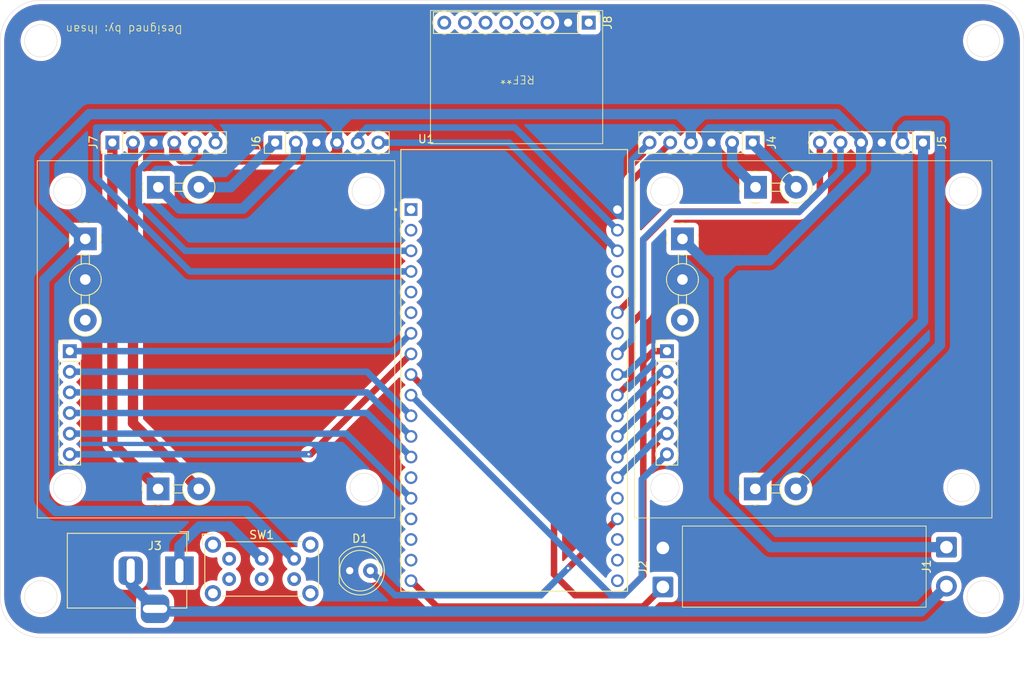
<source format=kicad_pcb>
(kicad_pcb (version 20240108) (generator "pcbnew") (generator_version "8.0")
  (layers (0 "F.Cu" signal) (31 "B.Cu" signal) (34 "B.Paste" user) (35 "F.Paste" user) (36 "B.SilkS" user "B.Silkscreen") (37 "F.SilkS" user "F.Silkscreen") (38 "B.Mask" user) (39 "F.Mask" user) (44 "Edge.Cuts" user))
  (net 0 "")
  (net 5 "Net-(SW1A-B)")
  (net 6 "Net-(J4-Pin_2)")
  (net 7 "+7.4V")
  (net 8 "GND")
  (net 9 "Net-(J4-Pin_1)")
  (net 10 "Net-(J5-Pin_1)")
  (net 11 "Net-(J5-Pin_2)")
  (net 12 "Net-(J1-Pin_2)")
  (net 13 "+5V")
  (net 14 "Net-(J6-Pin_1)")
  (net 15 "Net-(J7-Pin_1)")
  (net 16 "Net-(J7-Pin_2)")
  (net 17 "Net-(J6-Pin_2)")
  (net 18 "MOTOR_3_ENCODER_A")
  (net 19 "MOTOR_3_ENCODER_B")
  (net 20 "MOTOR_4_ENCODER_A")
  (net 21 "MOTOR_4_ENCODER_B")
  (net 22 "MOTOR_1_ENCODER_B")
  (net 23 "MOTOR_1_ENCODER_A")
  (net 24 "MOTOR_2_ENCODER_A")
  (net 25 "MOTOR_2_ENCODER_B")
  (net 36 "MOTOR_3_DIR_FORWARD")
  (net 38 "MOTOR_4_PWM")
  (net 40 "MOTOR_1_PWM")
  (net 42 "MOTOR_3_PWM")
  (net 43 "MOTOR_1_DIR_REVERSE")
  (net 44 "MOTOR_2_DIR_FORWARD")
  (net 45 "MOTOR_2_PWM")
  (net 48 "Net-(D1-A)")
  (net 50 "MOTOR_2_DIR_REVERSE")
  (net 51 "MOTOR_4_DIR_REVERSE")
  (net 52 "MOTOR_1_DIR_FORWARD")
  (net 53 "MOTOR_3_DIR_REVERSE")
  (net 54 "MOTOR_4_DIR_FORWARD")
  (footprint "Connector_BarrelJack:BarrelJack_Horizontal" (layer "F.Cu") (at 99.097078 124.731648)
    (property "Reference" "J3" (at -3.034578 -3.058256 0) (layer "F.SilkS"))
    (property "Value" "Barrel_Jack_Switch")
    (pad "1" thru_hole rect (at 0 0) (size 3.5 3.5) (drill oval 1 3) (layers "*.Cu" "*.Mask") (net 5 "Net-(SW1A-B)"))
    (pad "2" thru_hole roundrect (at -6 0) (size 3 3.5) (drill oval 1 3) (layers "*.Cu" "*.Mask") (net 12 "Net-(J1-Pin_2)"))
    (pad "3" thru_hole roundrect (at -3 4.7) (size 3.5 3.5) (drill oval 3 1) (layers "*.Cu" "*.Mask") (net 12 "Net-(J1-Pin_2)"))
  )
  (footprint "Button_Switch_THT:SW_E-Switch_EG2219_DPDT_Angled" (layer "F.Cu") (at 105.216788 123.269337)
    (property "Reference" "SW1" (at 4 -2.95 0) (layer "F.SilkS"))
    (property "Value" "SW_DPDT_x2")
    (pad "" thru_hole circle (at -2 -1.75) (size 2 2) (drill 1.2) (layers "*.Cu" "*.Mask"))
    (pad "" thru_hole circle (at -2 4.25) (size 2 2) (drill 1.2) (layers "*.Cu" "*.Mask"))
    (pad "" thru_hole circle (at 10 -1.75) (size 2 2) (drill 1.2) (layers "*.Cu" "*.Mask"))
    (pad "" thru_hole circle (at 10 4.25) (size 2 2) (drill 1.2) (layers "*.Cu" "*.Mask"))
    (pad "1" thru_hole circle (at 0 0) (size 1.7 1.7) (drill 0.9) (layers "*.Cu" "*.Mask"))
    (pad "2" thru_hole circle (at 4 0) (size 1.7 1.7) (drill 0.9) (layers "*.Cu" "*.Mask") (net 5 "Net-(SW1A-B)"))
    (pad "3" thru_hole circle (at 8 0) (size 1.7 1.7) (drill 0.9) (layers "*.Cu" "*.Mask") (net 7 "+7.4V"))
    (pad "4" thru_hole circle (at 0 2.5) (size 1.7 1.7) (drill 0.9) (layers "*.Cu" "*.Mask"))
    (pad "5" thru_hole circle (at 4 2.5) (size 1.7 1.7) (drill 0.9) (layers "*.Cu" "*.Mask"))
    (pad "6" thru_hole circle (at 8 2.5) (size 1.7 1.7) (drill 0.9) (layers "*.Cu" "*.Mask"))
  )
  (footprint "L298N_Module:L298N" (layer "F.Cu") (at 103.597078 96.231648 -90)
    (property "Reference" "U3" (hide yes))
    (property "Value" "~" (hide yes))
    (fp_circle (center -18.25 18.25) (end -16.5 18.25) (stroke (width 0.05)) (fill none) (layer "Edge.Cuts"))
    (fp_circle (center 18.25 18.25) (end 20 18.25) (stroke (width 0.05)) (fill none) (layer "Edge.Cuts"))
    (fp_circle (center 18.25 -18.25) (end 20 -18.25) (stroke (width 0.05)) (fill none) (layer "Edge.Cuts"))
    (fp_circle (center -18.25 -18.5) (end -16.5 -18.5) (stroke (width 0.05)) (fill none) (layer "Edge.Cuts"))
    (pad "1" thru_hole rect (at 1.46 18) (size 1.7 1.7) (drill 1) (layers "*.Cu" "*.Mask") (net 40 "MOTOR_1_PWM"))
    (pad "2" thru_hole oval (at 4 18) (size 1.7 1.7) (drill 1) (layers "*.Cu" "*.Mask") (net 52 "MOTOR_1_DIR_FORWARD"))
    (pad "3" thru_hole oval (at 6.54 18) (size 1.7 1.7) (drill 1) (layers "*.Cu" "*.Mask") (net 43 "MOTOR_1_DIR_REVERSE"))
    (pad "4" thru_hole oval (at 9.08 18) (size 1.7 1.7) (drill 1) (layers "*.Cu" "*.Mask") (net 44 "MOTOR_2_DIR_FORWARD"))
    (pad "5" thru_hole oval (at 11.62 18) (size 1.7 1.7) (drill 1) (layers "*.Cu" "*.Mask") (net 50 "MOTOR_2_DIR_REVERSE"))
    (pad "6" thru_hole oval (at 14.16 18) (size 1.7 1.7) (drill 1) (layers "*.Cu" "*.Mask") (net 45 "MOTOR_2_PWM"))
    (pad "7" thru_hole rect (at -12.362 16.09 270) (size 2.8 2.8) (drill 1.3) (layers "*.Cu" "*.Mask") (net 7 "+7.4V"))
    (pad "8" thru_hole circle (at -7.362 16.09 270) (size 2.8 2.8) (drill 1.3) (layers "*.Cu" "*.Mask") (net 8 "GND"))
    (pad "9" thru_hole circle (at -2.362 16.09 270) (size 2.8 2.8) (drill 1.3) (layers "*.Cu" "*.Mask"))
    (pad "10" thru_hole rect (at 18.427381 7.124578) (size 2.8 2.8) (drill 1.3) (layers "*.Cu" "*.Mask") (net 15 "Net-(J7-Pin_1)"))
    (pad "11" thru_hole circle (at 18.427381 2.124578) (size 2.8 2.8) (drill 1.3) (layers "*.Cu" "*.Mask") (net 16 "Net-(J7-Pin_2)"))
    (pad "12" thru_hole rect (at -18.731648 7.097078) (size 2.8 2.8) (drill 1.3) (layers "*.Cu" "*.Mask") (net 17 "Net-(J6-Pin_2)"))
    (pad "13" thru_hole circle (at -18.731648 2.097078) (size 2.8 2.8) (drill 1.3) (layers "*.Cu" "*.Mask") (net 14 "Net-(J6-Pin_1)"))
  )
  (footprint "Connector_PinHeader_2.54mm:PinHeader_1x06_P2.54mm_Vertical" (layer "F.Cu") (at 190.62 72 -90)
    (property "Reference" "J5" (at 0 -2.33 90) (layer "F.SilkS"))
    (property "Value" "MOTOR")
    (pad "1" thru_hole rect (at 0 0 270) (size 1.7 1.7) (drill 1) (layers "*.Cu" "*.Mask") (net 10 "Net-(J5-Pin_1)"))
    (pad "2" thru_hole oval (at 0 2.54 270) (size 1.7 1.7) (drill 1) (layers "*.Cu" "*.Mask") (net 11 "Net-(J5-Pin_2)"))
    (pad "3" thru_hole oval (at 0 5.08 270) (size 1.7 1.7) (drill 1) (layers "*.Cu" "*.Mask") (net 8 "GND"))
    (pad "4" thru_hole oval (at 0 7.62 270) (size 1.7 1.7) (drill 1) (layers "*.Cu" "*.Mask") (net 7 "+7.4V"))
    (pad "5" thru_hole oval (at 0 10.16 270) (size 1.7 1.7) (drill 1) (layers "*.Cu" "*.Mask") (net 20 "MOTOR_4_ENCODER_A"))
    (pad "6" thru_hole oval (at 0 12.7 270) (size 1.7 1.7) (drill 1) (layers "*.Cu" "*.Mask") (net 21 "MOTOR_4_ENCODER_B"))
  )
  (footprint "Connector_Wire:SolderWire-0.75sqmm_1x02_P4.8mm_D1.25mm_OD2.3mm" (layer "F.Cu") (at 193.5 121.831648 -90)
    (property "Reference" "J1" (at 2.4 2.441744 90) (layer "F.SilkS"))
    (property "Value" "IN")
    (pad "1" thru_hole roundrect (at 0 0 270) (size 2.55 2.55) (drill 1.55) (layers "*.Cu" "*.Mask") (roundrect_rratio 0.098039) (net 7 "+7.4V"))
    (pad "2" thru_hole circle (at 4.8 0 270) (size 2.55 2.55) (drill 1.55) (layers "*.Cu" "*.Mask") (net 12 "Net-(J1-Pin_2)"))
  )
  (footprint "Connector_PinHeader_2.54mm:PinHeader_1x06_P2.54mm_Vertical" (layer "F.Cu") (at 110.88 72 90)
    (property "Reference" "J6" (at 0 -2.33 90) (layer "F.SilkS"))
    (property "Value" "MOTOR")
    (pad "1" thru_hole rect (at 0 0 90) (size 1.7 1.7) (drill 1) (layers "*.Cu" "*.Mask") (net 14 "Net-(J6-Pin_1)"))
    (pad "2" thru_hole oval (at 0 2.54 90) (size 1.7 1.7) (drill 1) (layers "*.Cu" "*.Mask") (net 17 "Net-(J6-Pin_2)"))
    (pad "3" thru_hole oval (at 0 5.08 90) (size 1.7 1.7) (drill 1) (layers "*.Cu" "*.Mask") (net 8 "GND"))
    (pad "4" thru_hole oval (at 0 7.62 90) (size 1.7 1.7) (drill 1) (layers "*.Cu" "*.Mask") (net 7 "+7.4V"))
    (pad "5" thru_hole oval (at 0 10.16 90) (size 1.7 1.7) (drill 1) (layers "*.Cu" "*.Mask") (net 23 "MOTOR_1_ENCODER_A"))
    (pad "6" thru_hole oval (at 0 12.7 90) (size 1.7 1.7) (drill 1) (layers "*.Cu" "*.Mask") (net 22 "MOTOR_1_ENCODER_B"))
  )
  (footprint "Connector_PinHeader_2.54mm:PinHeader_1x08_P2.54mm_Vertical" (layer "F.Cu") (at 149.472078 57.231648 -90)
    (property "Reference" "J8" (at 0 -2.33 90) (layer "F.SilkS"))
    (property "Value" "IMU")
    (pad "1" thru_hole rect (at 0 0 270) (size 1.7 1.7) (drill 1) (layers "*.Cu" "*.Mask") (net 13 "+5V"))
    (pad "2" thru_hole oval (at 0 2.54 270) (size 1.7 1.7) (drill 1) (layers "*.Cu" "*.Mask") (net 8 "GND"))
    (pad "3" thru_hole oval (at 0 5.08 270) (size 1.7 1.7) (drill 1) (layers "*.Cu" "*.Mask"))
    (pad "4" thru_hole oval (at 0 7.62 270) (size 1.7 1.7) (drill 1) (layers "*.Cu" "*.Mask"))
    (pad "5" thru_hole oval (at 0 10.16 270) (size 1.7 1.7) (drill 1) (layers "*.Cu" "*.Mask"))
    (pad "6" thru_hole oval (at 0 12.7 270) (size 1.7 1.7) (drill 1) (layers "*.Cu" "*.Mask"))
    (pad "7" thru_hole oval (at 0 15.24 270) (size 1.7 1.7) (drill 1) (layers "*.Cu" "*.Mask"))
    (pad "8" thru_hole oval (at 0 17.78 270) (size 1.7 1.7) (drill 1) (layers "*.Cu" "*.Mask"))
  )
  (footprint "Connector_PinHeader_2.54mm:PinHeader_1x06_P2.54mm_Vertical" (layer "F.Cu") (at 169.66 72 -90)
    (property "Reference" "J4" (at 0 -2.33 90) (layer "F.SilkS"))
    (property "Value" "MOTOR")
    (pad "1" thru_hole rect (at 0 0 270) (size 1.7 1.7) (drill 1) (layers "*.Cu" "*.Mask") (net 9 "Net-(J4-Pin_1)"))
    (pad "2" thru_hole oval (at 0 2.54 270) (size 1.7 1.7) (drill 1) (layers "*.Cu" "*.Mask") (net 6 "Net-(J4-Pin_2)"))
    (pad "3" thru_hole oval (at 0 5.08 270) (size 1.7 1.7) (drill 1) (layers "*.Cu" "*.Mask") (net 8 "GND"))
    (pad "4" thru_hole oval (at 0 7.62 270) (size 1.7 1.7) (drill 1) (layers "*.Cu" "*.Mask") (net 7 "+7.4V"))
    (pad "5" thru_hole oval (at 0 10.16 270) (size 1.7 1.7) (drill 1) (layers "*.Cu" "*.Mask") (net 18 "MOTOR_3_ENCODER_A"))
    (pad "6" thru_hole oval (at 0 12.7 270) (size 1.7 1.7) (drill 1) (layers "*.Cu" "*.Mask") (net 19 "MOTOR_3_ENCODER_B"))
  )
  (footprint "LED_THT:LED_D5.0mm_Clear" (layer "F.Cu") (at 120.057078 124.731648)
    (property "Reference" "D1" (at 1.27 -3.96 0) (layer "F.SilkS"))
    (property "Value" "LED")
    (pad "1" thru_hole rect (at 0 0) (size 1.8 1.8) (drill 0.9) (layers "*.Cu" "*.Mask") (net 8 "GND"))
    (pad "2" thru_hole circle (at 2.54 0) (size 1.8 1.8) (drill 0.9) (layers "*.Cu" "*.Mask") (net 48 "Net-(D1-A)"))
  )
  (footprint "Connector_PinHeader_2.54mm:PinHeader_1x06_P2.54mm_Vertical" (layer "F.Cu") (at 90.84 72 90)
    (property "Reference" "J7" (at 0 -2.33 90) (layer "F.SilkS"))
    (property "Value" "MOTOR")
    (pad "1" thru_hole rect (at 0 0 90) (size 1.7 1.7) (drill 1) (layers "*.Cu" "*.Mask") (net 15 "Net-(J7-Pin_1)"))
    (pad "2" thru_hole oval (at 0 2.54 90) (size 1.7 1.7) (drill 1) (layers "*.Cu" "*.Mask") (net 16 "Net-(J7-Pin_2)"))
    (pad "3" thru_hole oval (at 0 5.08 90) (size 1.7 1.7) (drill 1) (layers "*.Cu" "*.Mask") (net 8 "GND"))
    (pad "4" thru_hole oval (at 0 7.62 90) (size 1.7 1.7) (drill 1) (layers "*.Cu" "*.Mask") (net 7 "+7.4V"))
    (pad "5" thru_hole oval (at 0 10.16 90) (size 1.7 1.7) (drill 1) (layers "*.Cu" "*.Mask") (net 24 "MOTOR_2_ENCODER_A"))
    (pad "6" thru_hole oval (at 0 12.7 90) (size 1.7 1.7) (drill 1) (layers "*.Cu" "*.Mask") (net 25 "MOTOR_2_ENCODER_B"))
  )
  (footprint "L298N_Module:L298N" (layer "F.Cu") (at 177.097078 96.231648 -90)
    (property "Reference" "U2" (hide yes))
    (property "Value" "~" (hide yes))
    (fp_circle (center -18.25 18.25) (end -16.5 18.25) (stroke (width 0.05)) (fill none) (layer "Edge.Cuts"))
    (fp_circle (center 18.25 18.25) (end 20 18.25) (stroke (width 0.05)) (fill none) (layer "Edge.Cuts"))
    (fp_circle (center 18.25 -18.25) (end 20 -18.25) (stroke (width 0.05)) (fill none) (layer "Edge.Cuts"))
    (fp_circle (center -18.25 -18.5) (end -16.5 -18.5) (stroke (width 0.05)) (fill none) (layer "Edge.Cuts"))
    (pad "1" thru_hole rect (at 1.46 18) (size 1.7 1.7) (drill 1) (layers "*.Cu" "*.Mask") (net 42 "MOTOR_3_PWM"))
    (pad "2" thru_hole oval (at 4 18) (size 1.7 1.7) (drill 1) (layers "*.Cu" "*.Mask") (net 36 "MOTOR_3_DIR_FORWARD"))
    (pad "3" thru_hole oval (at 6.54 18) (size 1.7 1.7) (drill 1) (layers "*.Cu" "*.Mask") (net 53 "MOTOR_3_DIR_REVERSE"))
    (pad "4" thru_hole oval (at 9.08 18) (size 1.7 1.7) (drill 1) (layers "*.Cu" "*.Mask") (net 54 "MOTOR_4_DIR_FORWARD"))
    (pad "5" thru_hole oval (at 11.62 18) (size 1.7 1.7) (drill 1) (layers "*.Cu" "*.Mask") (net 51 "MOTOR_4_DIR_REVERSE"))
    (pad "6" thru_hole oval (at 14.16 18) (size 1.7 1.7) (drill 1) (layers "*.Cu" "*.Mask") (net 38 "MOTOR_4_PWM"))
    (pad "7" thru_hole rect (at -12.362 16.09 270) (size 2.8 2.8) (drill 1.3) (layers "*.Cu" "*.Mask") (net 7 "+7.4V"))
    (pad "8" thru_hole circle (at -7.362 16.09 270) (size 2.8 2.8) (drill 1.3) (layers "*.Cu" "*.Mask") (net 8 "GND"))
    (pad "9" thru_hole circle (at -2.362 16.09 270) (size 2.8 2.8) (drill 1.3) (layers "*.Cu" "*.Mask"))
    (pad "10" thru_hole rect (at 18.427381 7.124578) (size 2.8 2.8) (drill 1.3) (layers "*.Cu" "*.Mask") (net 10 "Net-(J5-Pin_1)"))
    (pad "11" thru_hole circle (at 18.427381 2.124578) (size 2.8 2.8) (drill 1.3) (layers "*.Cu" "*.Mask") (net 11 "Net-(J5-Pin_2)"))
    (pad "12" thru_hole rect (at -18.731648 7.097078) (size 2.8 2.8) (drill 1.3) (layers "*.Cu" "*.Mask") (net 6 "Net-(J4-Pin_2)"))
    (pad "13" thru_hole circle (at -18.731648 2.097078) (size 2.8 2.8) (drill 1.3) (layers "*.Cu" "*.Mask") (net 9 "Net-(J4-Pin_1)"))
  )
  (footprint "module:mpu 6050" (layer "F.Cu") (at 140.692078 63.731648 180)
    (property "Reference" "REF**" (at 0 -0.5 180) (layer "F.SilkS") (effects (font (thickness 0.1))))
    (property "Value" "mpu 6050")
  )
  (footprint "Library:MODULE_ESP32-DEVKITC-32D" (layer "F.Cu") (at 140.297078 100.011648)
    (property "Reference" "U1" (at -10.829175 -28.446045 0) (layer "F.SilkS") (effects (font (size 1.000386 1.000386))))
    (property "Value" "ESP32-DEVKITC-32D")
    (pad "J2-1" thru_hole rect (at -12.7 -19.76) (size 1.56 1.56) (drill 1.04) (layers "*.Cu" "*.Mask"))
    (pad "J2-2" thru_hole circle (at -12.7 -17.22) (size 1.56 1.56) (drill 1.04) (layers "*.Cu" "*.Mask"))
    (pad "J2-3" thru_hole circle (at -12.7 -14.68) (size 1.56 1.56) (drill 1.04) (layers "*.Cu" "*.Mask") (net 24 "MOTOR_2_ENCODER_A"))
    (pad "J2-4" thru_hole circle (at -12.7 -12.14) (size 1.56 1.56) (drill 1.04) (layers "*.Cu" "*.Mask") (net 25 "MOTOR_2_ENCODER_B"))
    (pad "J2-5" thru_hole circle (at -12.7 -9.6) (size 1.56 1.56) (drill 1.04) (layers "*.Cu" "*.Mask"))
    (pad "J2-6" thru_hole circle (at -12.7 -7.06) (size 1.56 1.56) (drill 1.04) (layers "*.Cu" "*.Mask"))
    (pad "J2-7" thru_hole circle (at -12.7 -4.52) (size 1.56 1.56) (drill 1.04) (layers "*.Cu" "*.Mask") (net 40 "MOTOR_1_PWM"))
    (pad "J2-8" thru_hole circle (at -12.7 -1.98) (size 1.56 1.56) (drill 1.04) (layers "*.Cu" "*.Mask") (net 45 "MOTOR_2_PWM"))
    (pad "J2-9" thru_hole circle (at -12.7 0.56) (size 1.56 1.56) (drill 1.04) (layers "*.Cu" "*.Mask") (net 42 "MOTOR_3_PWM"))
    (pad "J2-10" thru_hole circle (at -12.7 3.1) (size 1.56 1.56) (drill 1.04) (layers "*.Cu" "*.Mask") (net 38 "MOTOR_4_PWM"))
    (pad "J2-11" thru_hole circle (at -12.7 5.64) (size 1.56 1.56) (drill 1.04) (layers "*.Cu" "*.Mask") (net 52 "MOTOR_1_DIR_FORWARD"))
    (pad "J2-12" thru_hole circle (at -12.7 8.18) (size 1.56 1.56) (drill 1.04) (layers "*.Cu" "*.Mask") (net 43 "MOTOR_1_DIR_REVERSE"))
    (pad "J2-13" thru_hole circle (at -12.7 10.72) (size 1.56 1.56) (drill 1.04) (layers "*.Cu" "*.Mask") (net 44 "MOTOR_2_DIR_FORWARD"))
    (pad "J2-14" thru_hole circle (at -12.7 13.26) (size 1.56 1.56) (drill 1.04) (layers "*.Cu" "*.Mask"))
    (pad "J2-15" thru_hole circle (at -12.7 15.8) (size 1.56 1.56) (drill 1.04) (layers "*.Cu" "*.Mask") (net 50 "MOTOR_2_DIR_REVERSE"))
    (pad "J2-16" thru_hole circle (at -12.7 18.34) (size 1.56 1.56) (drill 1.04) (layers "*.Cu" "*.Mask"))
    (pad "J2-17" thru_hole circle (at -12.7 20.88) (size 1.56 1.56) (drill 1.04) (layers "*.Cu" "*.Mask"))
    (pad "J2-18" thru_hole circle (at -12.7 23.42) (size 1.56 1.56) (drill 1.04) (layers "*.Cu" "*.Mask"))
    (pad "J2-19" thru_hole circle (at -12.7 25.96) (size 1.56 1.56) (drill 1.04) (layers "*.Cu" "*.Mask") (net 13 "+5V"))
    (pad "J3-1" thru_hole circle (at 12.7 -19.76) (size 1.56 1.56) (drill 1.04) (layers "*.Cu" "*.Mask") (net 8 "GND"))
    (pad "J3-2" thru_hole circle (at 12.7 -17.22) (size 1.56 1.56) (drill 1.04) (layers "*.Cu" "*.Mask") (net 23 "MOTOR_1_ENCODER_A"))
    (pad "J3-3" thru_hole circle (at 12.7 -14.68) (size 1.56 1.56) (drill 1.04) (layers "*.Cu" "*.Mask") (net 22 "MOTOR_1_ENCODER_B"))
    (pad "J3-4" thru_hole circle (at 12.7 -12.14) (size 1.56 1.56) (drill 1.04) (layers "*.Cu" "*.Mask"))
    (pad "J3-5" thru_hole circle (at 12.7 -9.6) (size 1.56 1.56) (drill 1.04) (layers "*.Cu" "*.Mask"))
    (pad "J3-6" thru_hole circle (at 12.7 -7.06) (size 1.56 1.56) (drill 1.04) (layers "*.Cu" "*.Mask") (net 18 "MOTOR_3_ENCODER_A"))
    (pad "J3-7" thru_hole circle (at 12.7 -4.52) (size 1.56 1.56) (drill 1.04) (layers "*.Cu" "*.Mask"))
    (pad "J3-8" thru_hole circle (at 12.7 -1.98) (size 1.56 1.56) (drill 1.04) (layers "*.Cu" "*.Mask") (net 19 "MOTOR_3_ENCODER_B"))
    (pad "J3-9" thru_hole circle (at 12.7 0.56) (size 1.56 1.56) (drill 1.04) (layers "*.Cu" "*.Mask") (net 20 "MOTOR_4_ENCODER_A"))
    (pad "J3-10" thru_hole circle (at 12.7 3.1) (size 1.56 1.56) (drill 1.04) (layers "*.Cu" "*.Mask") (net 21 "MOTOR_4_ENCODER_B"))
    (pad "J3-11" thru_hole circle (at 12.7 5.64) (size 1.56 1.56) (drill 1.04) (layers "*.Cu" "*.Mask") (net 36 "MOTOR_3_DIR_FORWARD"))
    (pad "J3-12" thru_hole circle (at 12.7 8.18) (size 1.56 1.56) (drill 1.04) (layers "*.Cu" "*.Mask") (net 53 "MOTOR_3_DIR_REVERSE"))
    (pad "J3-13" thru_hole circle (at 12.7 10.72) (size 1.56 1.56) (drill 1.04) (layers "*.Cu" "*.Mask") (net 54 "MOTOR_4_DIR_FORWARD"))
    (pad "J3-14" thru_hole circle (at 12.7 13.26) (size 1.56 1.56) (drill 1.04) (layers "*.Cu" "*.Mask") (net 51 "MOTOR_4_DIR_REVERSE"))
    (pad "J3-15" thru_hole circle (at 12.7 15.8) (size 1.56 1.56) (drill 1.04) (layers "*.Cu" "*.Mask"))
    (pad "J3-16" thru_hole circle (at 12.7 18.34) (size 1.56 1.56) (drill 1.04) (layers "*.Cu" "*.Mask") (net 48 "Net-(D1-A)"))
    (pad "J3-17" thru_hole circle (at 12.7 20.88) (size 1.56 1.56) (drill 1.04) (layers "*.Cu" "*.Mask"))
    (pad "J3-18" thru_hole circle (at 12.7 23.42) (size 1.56 1.56) (drill 1.04) (layers "*.Cu" "*.Mask"))
    (pad "J3-19" thru_hole circle (at 12.7 25.96) (size 1.56 1.56) (drill 1.04) (layers "*.Cu" "*.Mask"))
  )
  (footprint "Buck converter:UBEC" (layer "F.Cu") (at 176 124.231648 180)
    (property "Reference" "REF**" (hide yes))
    (property "Value" "UBEC" (hide yes))
  )
  (footprint "Connector_Wire:SolderWire-0.75sqmm_1x02_P4.8mm_D1.25mm_OD2.3mm" (layer "F.Cu") (at 158.597078 126.731648 90)
    (property "Reference" "J2" (at 2.4 -2.47 90) (layer "F.SilkS"))
    (property "Value" "OUT")
    (pad "1" thru_hole roundrect (at 0 0 90) (size 2.55 2.55) (drill 1.55) (layers "*.Cu" "*.Mask") (roundrect_rratio 0.098039) (net 13 "+5V"))
    (pad "2" thru_hole circle (at 4.8 0 90) (size 2.55 2.55) (drill 1.55) (layers "*.Cu" "*.Mask") (net 8 "GND"))
  )
  (gr_circle (center 198.035534 127.964466) (end 200.035534 127.964466) (stroke (width 0.05)) (fill none) (layer "Edge.Cuts"))
  (gr_arc (start 198.035534 54.464466) (mid 201.571068 55.928932) (end 203.035534 59.464466) (stroke (width 0.05)) (layer "Edge.Cuts"))
  (gr_circle (center 82.035534 127.964466) (end 84.035534 127.964466) (stroke (width 0.05)) (fill none) (layer "Edge.Cuts"))
  (gr_arc (start 82.035534 132.964466) (mid 78.5 131.5) (end 77.035534 127.964466) (stroke (width 0.05)) (layer "Edge.Cuts"))
  (gr_arc (start 77.035534 59.464466) (mid 78.5 55.928932) (end 82.035534 54.464466) (stroke (width 0.05)) (layer "Edge.Cuts"))
  (gr_line (start 77.035534 127.964466) (end 77.035534 59.464466) (stroke (width 0.05)) (layer "Edge.Cuts"))
  (gr_line (start 198.035534 132.964466) (end 82.035534 132.964466) (stroke (width 0.05)) (layer "Edge.Cuts"))
  (gr_line (start 82.035534 54.464466) (end 198.035534 54.464466) (stroke (width 0.05)) (layer "Edge.Cuts"))
  (gr_circle (center 82.035534 59.464466) (end 84.035534 59.464466) (stroke (width 0.05)) (fill none) (layer "Edge.Cuts"))
  (gr_line (start 203.035534 59.464466) (end 203.035534 127.964466) (stroke (width 0.05)) (layer "Edge.Cuts"))
  (gr_arc (start 203.035534 127.964466) (mid 201.571068 131.5) (end 198.035534 132.964466) (stroke (width 0.05)) (layer "Edge.Cuts"))
  (gr_circle (center 198.035534 59.464466) (end 200.035534 59.464466) (stroke (width 0.05)) (fill none) (layer "Edge.Cuts"))
  (gr_text "Designed by: Ihsan\n" (at 99.535534 57.464466 180) (layer "F.SilkS") (effects (font (size 1 1) (thickness 0.1)) (justify left bottom)))
  (segment (start 105.231788 119.284337) (end 109.216788 123.269337) (width 1.27) (layer "B.Cu") (net 5))
  (segment (start 99.097078 121.711648) (end 101.524389 119.284337) (width 1.27) (layer "B.Cu") (net 5))
  (segment (start 99.097078 124.731648) (end 99.097078 121.711648) (width 1.27) (layer "B.Cu") (net 5))
  (segment (start 101.524389 119.284337) (end 105.231788 119.284337) (width 1.27) (layer "B.Cu") (net 5))
  (segment (start 167.12 74.62) (end 170 77.5) (width 1.27) (layer "B.Cu") (net 6))
  (segment (start 167.12 72) (end 167.12 74.62) (width 1.27) (layer "B.Cu") (net 6))
  (segment (start 98.46 72) (end 98.46 73.202081) (width 1.27) (layer "F.Cu") (net 7))
  (segment (start 98.46 73.202081) (end 99.342919 74.085) (width 1.27) (layer "F.Cu") (net 7))
  (segment (start 117.617081 74.085) (end 118.5 73.202081) (width 1.27) (layer "F.Cu") (net 7))
  (segment (start 118.5 73.202081) (end 118.5 72) (width 1.27) (layer "F.Cu") (net 7))
  (segment (start 99.342919 74.085) (end 117.617081 74.085) (width 1.27) (layer "F.Cu") (net 7))
  (segment (start 82.451429 79.178202) (end 87.142875 83.869648) (width 1.27) (layer "B.Cu") (net 7))
  (segment (start 167.357922 86.504648) (end 168 86.504648) (width 1.27) (layer "B.Cu") (net 7))
  (segment (start 107.327722 117.380271) (end 113.216788 123.269337) (width 1.27) (layer "B.Cu") (net 7))
  (segment (start 165.5 86.504648) (end 165.5 88.36257) (width 1.27) (layer "B.Cu") (net 7))
  (segment (start 163.642078 86.504648) (end 161.007078 83.869648) (width 1.27) (layer "B.Cu") (net 7))
  (segment (start 162 70) (end 162.04 70.04) (width 1.27) (layer "B.Cu") (net 7))
  (segment (start 166 68.5) (end 162 68.5) (width 1.27) (layer "B.Cu") (net 7))
  (segment (start 183 72) (end 183 71.5) (width 1.27) (layer "B.Cu") (net 7))
  (segment (start 87.142875 83.869648) (end 87.507078 83.869648) (width 1.27) (layer "B.Cu") (net 7))
  (segment (start 87.507078 83.869648) (end 82.451429 88.925297) (width 1.27) (layer "B.Cu") (net 7))
  (segment (start 83.880271 117.380271) (end 107.327722 117.380271) (width 1.27) (layer "B.Cu") (net 7))
  (segment (start 183 72) (end 183 75.206353) (width 1.27) (layer "B.Cu") (net 7))
  (segment (start 183 75.206353) (end 171.701705 86.504648) (width 1.27) (layer "B.Cu") (net 7))
  (segment (start 165.5 88.36257) (end 167.357922 86.504648) (width 1.27) (layer "B.Cu") (net 7))
  (segment (start 120 68.5) (end 160.5 68.5) (width 1.27) (layer "B.Cu") (net 7))
  (segment (start 183 71.5) (end 180 68.5) (width 1.27) (layer "B.Cu") (net 7))
  (segment (start 193.5 121.831648) (end 171.875119 121.831648) (width 1.27) (layer "B.Cu") (net 7))
  (segment (start 168 86.504648) (end 165.5 86.504648) (width 1.27) (layer "B.Cu") (net 7))
  (segment (start 162.04 70.04) (end 163.58 68.5) (width 1.27) (layer "B.Cu") (net 7))
  (segment (start 163.58 68.5) (end 166 68.5) (width 1.27) (layer "B.Cu") (net 7))
  (segment (start 116 68.5) (end 88 68.5) (width 1.27) (layer "B.Cu") (net 7))
  (segment (start 171.701705 86.504648) (end 168 86.504648) (width 1.27) (layer "B.Cu") (net 7))
  (segment (start 165.5 115.456529) (end 165.5 88.36257) (width 1.27) (layer "B.Cu") (net 7))
  (segment (start 120 68.5) (end 116 68.5) (width 1.27) (layer "B.Cu") (net 7))
  (segment (start 82.451429 74.048571) (end 82.451429 79.178202) (width 1.27) (layer "B.Cu") (net 7))
  (segment (start 117 68.5) (end 116 68.5) (width 1.27) (layer "B.Cu") (net 7))
  (segment (start 118.5 72) (end 118.5 70) (width 1.27) (layer "B.Cu") (net 7))
  (segment (start 82.451429 88.925297) (end 82.451429 115.951429) (width 1.27) (layer "B.Cu") (net 7))
  (segment (start 165.5 88.36257) (end 163.642078 86.504648) (width 1.27) (layer "B.Cu") (net 7))
  (segment (start 82.451429 115.951429) (end 83.880271 117.380271) (width 1.27) (layer "B.Cu") (net 7))
  (segment (start 118.5 70) (end 120 68.5) (width 1.27) (layer "B.Cu") (net 7))
  (segment (start 88 68.5) (end 82.451429 74.048571) (width 1.27) (layer "B.Cu") (net 7))
  (segment (start 171.875119 121.831648) (end 165.5 115.456529) (width 1.27) (layer "B.Cu") (net 7))
  (segment (start 162 68.5) (end 160.5 68.5) (width 1.27) (layer "B.Cu") (net 7))
  (segment (start 118.5 70) (end 117 68.5) (width 1.27) (layer "B.Cu") (net 7))
  (segment (start 162.04 70.04) (end 162.04 72) (width 1.27) (layer "B.Cu") (net 7))
  (segment (start 162 68.5) (end 162 70) (width 1.27) (layer "B.Cu") (net 7))
  (segment (start 165.5 86.504648) (end 163.642078 86.504648) (width 1.27) (layer "B.Cu") (net 7))
  (segment (start 180 68.5) (end 166 68.5) (width 1.27) (layer "B.Cu") (net 7))
  (segment (start 160.5 68.5) (end 162.04 70.04) (width 1.27) (layer "B.Cu") (net 7))
  (segment (start 169.66 72) (end 169.66 72.16) (width 1.27) (layer "B.Cu") (net 9))
  (segment (start 169.66 72.16) (end 175 77.5) (width 1.27) (layer "B.Cu") (net 9))
  (segment (start 169.9725 114.659029) (end 190.62 94.011529) (width 1.27) (layer "B.Cu") (net 10))
  (segment (start 190.62 94.011529) (end 190.62 72) (width 1.27) (layer "B.Cu") (net 10))
  (segment (start 174.9725 114.659029) (end 192.705 96.926529) (width 1.27) (layer "B.Cu") (net 11))
  (segment (start 188.585 69.915) (end 188.08 70.42) (width 1.27) (layer "B.Cu") (net 11))
  (segment (start 192.705 96.926529) (end 192.705 69.915) (width 1.27) (layer "B.Cu") (net 11))
  (segment (start 188.08 70.42) (end 188.08 72) (width 1.27) (layer "B.Cu") (net 11))
  (segment (start 192.705 69.915) (end 188.585 69.915) (width 1.27) (layer "B.Cu") (net 11))
  (segment (start 93.097078 126.431648) (end 96.097078 129.431648) (width 1.27) (layer "B.Cu") (net 12))
  (segment (start 93.097078 124.731648) (end 93.097078 126.431648) (width 1.27) (layer "B.Cu") (net 12))
  (segment (start 96.419767 129.754337) (end 190.377311 129.754337) (width 1.27) (layer "B.Cu") (net 12))
  (segment (start 190.377311 129.754337) (end 193.5 126.631648) (width 1.27) (layer "B.Cu") (net 12))
  (segment (start 96.097078 129.431648) (end 96.419767 129.754337) (width 1.27) (layer "B.Cu") (net 12))
  (segment (start 158.597078 126.731648) (end 156.177078 129.151648) (width 0.8) (layer "F.Cu") (net 13))
  (segment (start 130.777078 129.151648) (end 127.597078 125.971648) (width 0.8) (layer "F.Cu") (net 13))
  (segment (start 156.177078 129.151648) (end 130.777078 129.151648) (width 0.8) (layer "F.Cu") (net 13))
  (segment (start 105.38 77.5) (end 110.88 72) (width 1.27) (layer "B.Cu") (net 14))
  (segment (start 101.5 77.5) (end 105.38 77.5) (width 1.27) (layer "B.Cu") (net 14))
  (segment (start 96.4725 114.659029) (end 90.84 109.026529) (width 1.27) (layer "F.Cu") (net 15))
  (segment (start 90.84 109.026529) (end 90.84 72) (width 1.27) (layer "F.Cu") (net 15))
  (segment (start 101.4725 114.659029) (end 93.38 106.566529) (width 1.27) (layer "F.Cu") (net 16))
  (segment (start 93.38 106.566529) (end 93.38 72) (width 1.27) (layer "F.Cu") (net 16))
  (segment (start 106.915 80.135) (end 113.42 73.63) (width 1.27) (layer "B.Cu") (net 17))
  (segment (start 96.5 77.5) (end 99.135 80.135) (width 1.27) (layer "B.Cu") (net 17))
  (segment (start 113.42 73.63) (end 113.42 72) (width 1.27) (layer "B.Cu") (net 17))
  (segment (start 99.135 80.135) (end 106.915 80.135) (width 1.27) (layer "B.Cu") (net 17))
  (segment (start 159.5 72.076296) (end 157.726296 73.85) (width 0.8) (layer "F.Cu") (net 18))
  (segment (start 157.726296 73.85) (end 157.65 73.85) (width 0.8) (layer "F.Cu") (net 18))
  (segment (start 157.65 73.85) (end 154.777078 76.722922) (width 0.8) (layer "F.Cu") (net 18))
  (segment (start 154.777078 76.722922) (end 154.777078 91.171648) (width 0.8) (layer "F.Cu") (net 18))
  (segment (start 154.777078 91.171648) (end 152.997078 92.951648) (width 0.8) (layer "F.Cu") (net 18))
  (segment (start 159.5 72) (end 159.5 72.076296) (width 0.8) (layer "F.Cu") (net 18))
  (segment (start 156.96 72) (end 154.777078 74.182922) (width 0.8) (layer "B.Cu") (net 19))
  (segment (start 154.777078 74.182922) (end 154.777078 96.251648) (width 0.8) (layer "B.Cu") (net 19))
  (segment (start 154.777078 96.251648) (end 152.997078 98.031648) (width 0.8) (layer "B.Cu") (net 19))
  (segment (start 159.529788 80.546938) (end 175.347175 80.546938) (width 0.8) (layer "B.Cu") (net 20))
  (segment (start 156.177078 83.899648) (end 159.529788 80.546938) (width 0.8) (layer "B.Cu") (net 20))
  (segment (start 152.997078 100.571648) (end 154.100164 100.571648) (width 0.8) (layer "B.Cu") (net 20))
  (segment (start 154.100164 100.571648) (end 156.177078 98.494734) (width 0.8) (layer "B.Cu") (net 20))
  (segment (start 156.177078 98.494734) (end 156.177078 83.899648) (width 0.8) (layer "B.Cu") (net 20))
  (segment (start 175.347175 80.546938) (end 180.46 75.434113) (width 0.8) (layer "B.Cu") (net 20))
  (segment (start 180.46 75.434113) (end 180.46 72) (width 0.8) (layer "B.Cu") (net 20))
  (segment (start 159.681956 80.5) (end 156.177078 84.004878) (width 0.8) (layer "F.Cu") (net 21))
  (segment (start 177.92 72) (end 177.92 77.974113) (width 0.8) (layer "F.Cu") (net 21))
  (segment (start 156.177078 92.822922) (end 154.777078 94.222922) (width 0.8) (layer "F.Cu") (net 21))
  (segment (start 175.394113 80.5) (end 159.681956 80.5) (width 0.8) (layer "F.Cu") (net 21))
  (segment (start 156.177078 84.004878) (end 156.177078 92.822922) (width 0.8) (layer "F.Cu") (net 21))
  (segment (start 177.92 77.974113) (end 175.394113 80.5) (width 0.8) (layer "F.Cu") (net 21))
  (segment (start 154.777078 101.331648) (end 152.997078 103.111648) (width 0.8) (layer "F.Cu") (net 21))
  (segment (start 154.777078 94.222922) (end 154.777078 101.331648) (width 0.8) (layer "F.Cu") (net 21))
  (segment (start 139.66543 72) (end 152.997078 85.331648) (width 0.8) (layer "B.Cu") (net 22))
  (segment (start 123.58 72) (end 139.66543 72) (width 0.8) (layer "B.Cu") (net 22))
  (segment (start 121.04 72) (end 121.04 71.27224) (width 0.8) (layer "B.Cu") (net 23))
  (segment (start 122.16224 70.15) (end 140.35543 70.15) (width 0.8) (layer "B.Cu") (net 23))
  (segment (start 140.35543 70.15) (end 152.997078 82.791648) (width 0.8) (layer "B.Cu") (net 23))
  (segment (start 121.04 71.27224) (end 122.16224 70.15) (width 0.8) (layer "B.Cu") (net 23))
  (segment (start 127.597078 85.331648) (end 99.811546 85.331648) (width 0.8) (layer "B.Cu") (net 24))
  (segment (start 95.65 73.85) (end 100.352081 73.85) (width 0.8) (layer "B.Cu") (net 24))
  (segment (start 99.811546 85.331648) (end 94.1 79.620102) (width 0.8) (layer "B.Cu") (net 24))
  (segment (start 100.352081 73.85) (end 101 73.202081) (width 0.8) (layer "B.Cu") (net 24))
  (segment (start 101 73.202081) (end 101 72) (width 0.8) (layer "B.Cu") (net 24))
  (segment (start 94.1 75.4) (end 95.65 73.85) (width 0.8) (layer "B.Cu") (net 24))
  (segment (start 94.1 79.620102) (end 94.1 75.4) (width 0.8) (layer "B.Cu") (net 24))
  (segment (start 102.892081 70.15) (end 88.85 70.15) (width 0.8) (layer "B.Cu") (net 25))
  (segment (start 103.54 70.797919) (end 102.892081 70.15) (width 0.8) (layer "B.Cu") (net 25))
  (segment (start 88.85 76.35) (end 100.371648 87.871648) (width 0.8) (layer "B.Cu") (net 25))
  (segment (start 88.85 70.15) (end 88.85 76.35) (width 0.8) (layer "B.Cu") (net 25))
  (segment (start 103.54 72) (end 103.54 70.797919) (width 0.8) (layer "B.Cu") (net 25))
  (segment (start 100.371648 87.871648) (end 127.597078 87.871648) (width 0.8) (layer "B.Cu") (net 25))
  (segment (start 152.997078 105.628949) (end 158.394379 100.231648) (width 0.8) (layer "B.Cu") (net 36))
  (segment (start 158.394379 100.231648) (end 159.097078 100.231648) (width 0.8) (layer "B.Cu") (net 36))
  (segment (start 152.997078 105.651648) (end 152.997078 105.628949) (width 0.8) (layer "B.Cu") (net 36))
  (segment (start 127.597078 103.111648) (end 152.237078 127.751648) (width 0.8) (layer "B.Cu") (net 38))
  (segment (start 153.748352 127.751648) (end 156 125.5) (width 0.8) (layer "B.Cu") (net 38))
  (segment (start 152.237078 127.751648) (end 153.748352 127.751648) (width 0.8) (layer "B.Cu") (net 38))
  (segment (start 156 125.5) (end 156 113.488726) (width 0.8) (layer "B.Cu") (net 38))
  (segment (start 156 113.488726) (end 159.097078 110.391648) (width 0.8) (layer "B.Cu") (net 38))
  (segment (start 85.597078 97.691648) (end 125.397078 97.691648) (width 0.8) (layer "B.Cu") (net 40))
  (segment (start 125.397078 97.691648) (end 127.597078 95.491648) (width 0.8) (layer "B.Cu") (net 40))
  (segment (start 156.187087 98.951639) (end 157.447078 97.691648) (width 0.8) (layer "F.Cu") (net 42))
  (segment (start 157.447078 97.691648) (end 159.097078 97.691648) (width 0.8) (layer "F.Cu") (net 42))
  (segment (start 145.2 125.179899) (end 147.771749 127.751648) (width 0.8) (layer "F.Cu") (net 42))
  (segment (start 145.2 118.17457) (end 145.2 125.179899) (width 0.8) (layer "F.Cu") (net 42))
  (segment (start 127.597078 100.571648) (end 145.2 118.17457) (width 0.8) (layer "F.Cu") (net 42))
  (segment (start 153.748352 127.751648) (end 156.187087 125.312913) (width 0.8) (layer "F.Cu") (net 42))
  (segment (start 147.771749 127.751648) (end 153.748352 127.751648) (width 0.8) (layer "F.Cu") (net 42))
  (segment (start 156.187087 125.312913) (end 156.187087 98.951639) (width 0.8) (layer "F.Cu") (net 42))
  (segment (start 122.177078 102.771648) (end 127.597078 108.191648) (width 0.8) (layer "B.Cu") (net 43))
  (segment (start 85.597078 102.771648) (end 122.177078 102.771648) (width 0.8) (layer "B.Cu") (net 43))
  (segment (start 122.177078 105.311648) (end 127.597078 110.731648) (width 0.8) (layer "B.Cu") (net 44))
  (segment (start 85.597078 105.311648) (end 122.177078 105.311648) (width 0.8) (layer "B.Cu") (net 44))
  (segment (start 127.597078 98.031648) (end 115.237078 110.391648) (width 0.8) (layer "F.Cu") (net 45))
  (segment (start 115.237078 110.391648) (end 115 110.391648) (width 0.8) (layer "F.Cu") (net 45))
  (via (at 115 110.391648) (size 0.6) (drill 0.3) (layers "F.Cu" "B.Cu") (net 45))
  (segment (start 85.597078 110.391648) (end 115 110.391648) (width 0.8) (layer "B.Cu") (net 45))
  (segment (start 146.924377 124.424349) (end 146.924377 124.424377) (width 0.8) (layer "F.Cu") (net 48))
  (segment (start 152.997078 118.351648) (end 146.924377 124.424349) (width 0.8) (layer "F.Cu") (net 48))
  (via (at 146.924377 124.424377) (size 0.6) (drill 0.3) (layers "F.Cu" "B.Cu") (net 48))
  (segment (start 125.617078 127.751648) (end 143.597106 127.751648) (width 0.8) (layer "B.Cu") (net 48))
  (segment (start 143.597106 127.751648) (end 146.924377 124.424377) (width 0.8) (layer "B.Cu") (net 48))
  (segment (start 122.597078 124.731648) (end 125.617078 127.751648) (width 0.8) (layer "B.Cu") (net 48))
  (segment (start 85.597078 107.851648) (end 119.637078 107.851648) (width 0.8) (layer "B.Cu") (net 50))
  (segment (start 119.637078 107.851648) (end 127.597078 115.811648) (width 0.8) (layer "B.Cu") (net 50))
  (segment (start 158.417078 107.851648) (end 159.097078 107.851648) (width 0.8) (layer "B.Cu") (net 51))
  (segment (start 152.997078 113.271648) (end 158.417078 107.851648) (width 0.8) (layer "B.Cu") (net 51))
  (segment (start 122.177078 100.231648) (end 127.597078 105.651648) (width 0.8) (layer "B.Cu") (net 52))
  (segment (start 85.597078 100.231648) (end 122.177078 100.231648) (width 0.8) (layer "B.Cu") (net 52))
  (segment (start 152.997078 108.191648) (end 158.417078 102.771648) (width 0.8) (layer "B.Cu") (net 53))
  (segment (start 158.417078 102.771648) (end 159.097078 102.771648) (width 0.8) (layer "B.Cu") (net 53))
  (segment (start 158.417078 105.311648) (end 159.097078 105.311648) (width 0.8) (layer "B.Cu") (net 54))
  (segment (start 152.997078 110.731648) (end 158.417078 105.311648) (width 0.8) (layer "B.Cu") (net 54))
  (zone (net 8) (net_name "GND") (layers "F&B.Cu") (connect_pads yes (clearance 0.6)) (min_thickness 0.25) (fill yes (thermal_gap 0.5) (thermal_bridge_width 0.5))
    (polygon (pts (xy 203.035534 54.464466) (xy 77.035534 54.464466) (xy 77.035534 132.964466) (xy 203.035534 132.964466)))
  )
)
</source>
